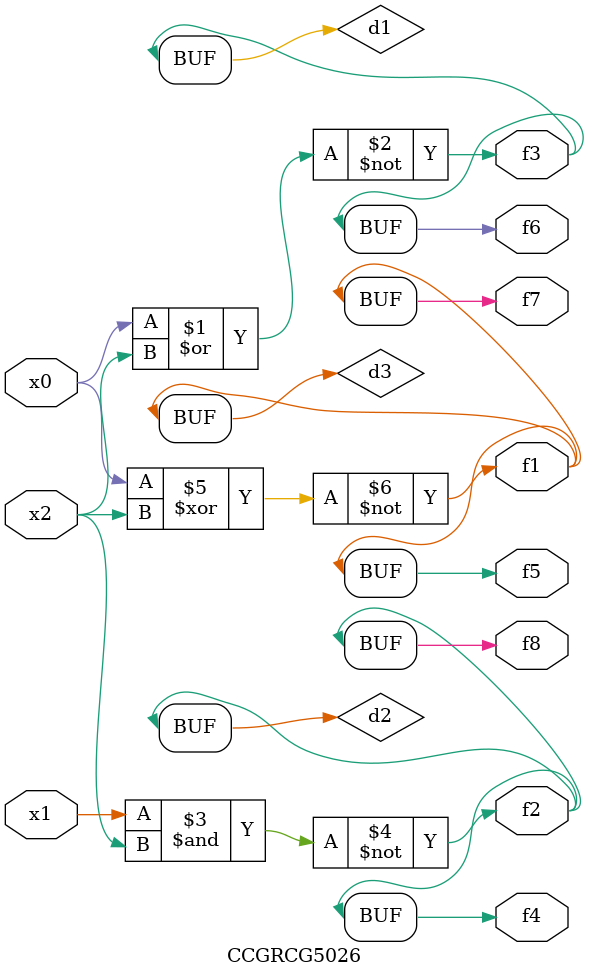
<source format=v>
module CCGRCG5026(
	input x0, x1, x2,
	output f1, f2, f3, f4, f5, f6, f7, f8
);

	wire d1, d2, d3;

	nor (d1, x0, x2);
	nand (d2, x1, x2);
	xnor (d3, x0, x2);
	assign f1 = d3;
	assign f2 = d2;
	assign f3 = d1;
	assign f4 = d2;
	assign f5 = d3;
	assign f6 = d1;
	assign f7 = d3;
	assign f8 = d2;
endmodule

</source>
